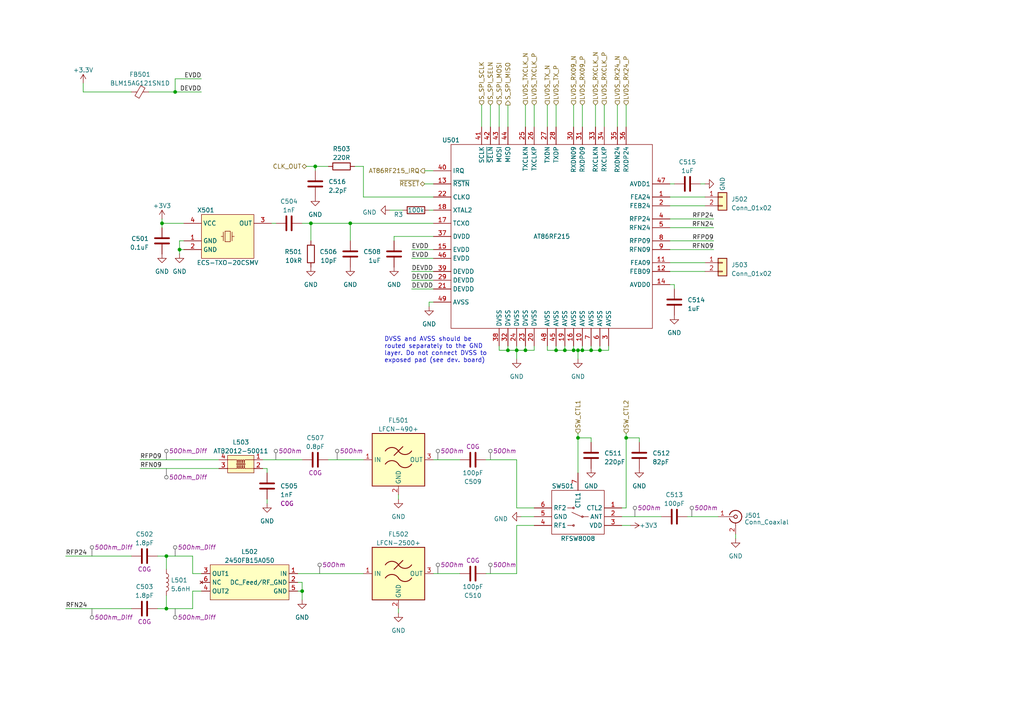
<source format=kicad_sch>
(kicad_sch (version 20230121) (generator eeschema)
  (paper "A4")
  (title_block (title "OpenHT - open source SDR handheld") (date "2023-02-17") (rev "A") (company "M17 Project") (comment 1 "Authors: Wojciech SP5WWP, Leo Hofer, Morgan ON4MOD"))
  (lib_symbols
    (symbol "Connector:Conn_Coaxial" (pin_names (offset 1.016) hide)
      (property "Reference" "J" (at 0.254 3.048 0))
      (property "Value" "Conn_Coaxial" (at 2.921 0 90))
      (symbol "Conn_Coaxial_0_1"
        (arc (start -1.778 -0.508) (mid 0.2311 -1.8066) (end 1.778 0) (stroke (width 0.254)))
        (polyline (pts (xy -2.54 0) (xy -0.508 0)))
        (polyline (pts (xy 0 -2.54) (xy 0 -1.778)))
        (circle (center 0 0) (radius 0.508) (stroke (width 0.2032)))
        (arc (start 1.778 0) (mid 0.2099 1.8101) (end -1.778 0.508) (stroke (width 0.254)))
      )
      (symbol "Conn_Coaxial_1_1"
        (pin passive line (at -5.08 0 0) (length 2.54) (name "In") (number "1"))
        (pin passive line (at 0 -5.08 90) (length 2.54) (name "Ext") (number "2"))
      )
    )
    (symbol "Connector_Generic:Conn_01x02" (pin_names (offset 1.016) hide)
      (property "Reference" "J" (at 0 2.54 0))
      (property "Value" "Conn_01x02" (at 0 -5.08 0))
      (symbol "Conn_01x02_1_1"
        (rectangle (start -1.27 -2.413) (end 0 -2.667) (stroke (width 0.1524)))
        (rectangle (start -1.27 0.127) (end 0 -0.127) (stroke (width 0.1524)))
        (rectangle (start -1.27 1.27) (end 1.27 -3.81) (stroke (width 0.254)) (fill (type background)))
        (pin passive line (at -5.08 0 0) (length 3.81) (name "Pin_1") (number "1"))
        (pin passive line (at -5.08 -2.54 0) (length 3.81) (name "Pin_2") (number "2"))
      )
    )
    (symbol "Device:C" (pin_numbers hide) (pin_names (offset 0.254))
      (property "Reference" "C" (at 0.635 2.54 0))
      (property "Value" "C" (at 0.635 -2.54 0))
      (symbol "C_0_1"
        (polyline (pts (xy -2.032 -0.762) (xy 2.032 -0.762)) (stroke (width 0.508)))
        (polyline (pts (xy -2.032 0.762) (xy 2.032 0.762)) (stroke (width 0.508)))
      )
      (symbol "C_1_1"
        (pin passive line (at 0 3.81 270) (length 2.794) (name "~") (number "1"))
        (pin passive line (at 0 -3.81 90) (length 2.794) (name "~") (number "2"))
      )
    )
    (symbol "Device:FerriteBead_Small" (pin_numbers hide) (pin_names (offset 0))
      (property "Reference" "FB" (at 1.905 1.27 0))
      (property "Value" "FerriteBead_Small" (at 1.905 -1.27 0))
      (symbol "FerriteBead_Small_0_1"
        (polyline (pts (xy 0 -1.27) (xy 0 -0.7874)))
        (polyline (pts (xy 0 0.889) (xy 0 1.2954)))
        (polyline (pts (xy -1.8288 0.2794) (xy -1.1176 1.4986) (xy 1.8288 -0.2032) (xy 1.1176 -1.4224) (xy -1.8288 0.2794)))
      )
      (symbol "FerriteBead_Small_1_1"
        (pin passive line (at 0 2.54 270) (length 1.27) (name "~") (number "1"))
        (pin passive line (at 0 -2.54 90) (length 1.27) (name "~") (number "2"))
      )
    )
    (symbol "Device:L" (pin_numbers hide) (pin_names (offset 1.016) hide)
      (property "Reference" "L" (at -1.27 0 90))
      (property "Value" "L" (at 1.905 0 90))
      (symbol "L_0_1"
        (arc (start 0 -2.54) (mid 0.6323 -1.905) (end 0 -1.27))
        (arc (start 0 -1.27) (mid 0.6323 -0.635) (end 0 0))
        (arc (start 0 0) (mid 0.6323 0.635) (end 0 1.27))
        (arc (start 0 1.27) (mid 0.6323 1.905) (end 0 2.54))
      )
      (symbol "L_1_1"
        (pin passive line (at 0 3.81 270) (length 1.27) (name "1") (number "1"))
        (pin passive line (at 0 -3.81 90) (length 1.27) (name "2") (number "2"))
      )
    )
    (symbol "Device:R" (pin_numbers hide) (pin_names (offset 0))
      (property "Reference" "R" (at 2.032 0 90))
      (property "Value" "R" (at 0 0 90))
      (symbol "R_0_1"
        (rectangle (start -1.016 -2.54) (end 1.016 2.54) (stroke (width 0.254)))
      )
      (symbol "R_1_1"
        (pin passive line (at 0 3.81 270) (length 1.27) (name "~") (number "1"))
        (pin passive line (at 0 -3.81 90) (length 1.27) (name "~") (number "2"))
      )
    )
    (symbol "M17_RF:2450FB15A050"
      (property "Reference" "L" (at 0 1.27 0))
      (property "Value" "2450FB15A050" (at 15.24 1.27 0))
      (symbol "2450FB15A050_0_1"
        (rectangle (start 0 0) (end 22.86 -10.16) (fill (type background)))
      )
      (symbol "2450FB15A050_1_1"
        (pin passive line (at -2.54 -2.54 0) (length 2.54) (name "IN") (number "1"))
        (pin passive line (at -2.54 -5.08 0) (length 2.54) (name "DC_Feed/RF_GND") (number "2"))
        (pin passive line (at 25.4 -2.54 180) (length 2.54) (name "OUT1") (number "3"))
        (pin passive line (at 25.4 -7.62 180) (length 2.54) (name "OUT2") (number "4"))
        (pin passive line (at -2.54 -7.62 0) (length 2.54) (name "GND") (number "5"))
        (pin no_connect line (at 25.4 -5.08 180) (length 2.54) (name "NC") (number "6"))
      )
    )
    (symbol "M17_RF:AT86RF215"
      (property "Reference" "U" (at 0 1.27 0))
      (property "Value" "AT86RF215" (at 29.21 -26.67 0))
      (symbol "AT86RF215_0_1"
        (rectangle (start 0 0) (end 58.42 -53.34))
      )
      (symbol "AT86RF215_1_1"
        (pin power_in line (at 63.5 -15.24 180) (length 5.08) (name "FEA24") (number "1"))
        (pin power_in line (at 38.1 -58.42 90) (length 5.08) (name "AVSS") (number "10"))
        (pin output line (at 63.5 -34.29 180) (length 5.08) (name "FEA09") (number "11"))
        (pin output line (at 63.5 -36.83 180) (length 5.08) (name "FEB09") (number "12"))
        (pin input line (at -5.08 -11.43 0) (length 5.08) (name "~{RSTN}") (number "13"))
        (pin power_in line (at 63.5 -40.64 180) (length 5.08) (name "AVDD0") (number "14"))
        (pin power_in line (at -5.08 -30.48 0) (length 5.08) (name "EVDD") (number "15"))
        (pin power_in line (at 35.56 -58.42 90) (length 5.08) (name "AVSS") (number "16"))
        (pin input line (at -5.08 -22.86 0) (length 5.08) (name "TCXO") (number "17"))
        (pin output line (at -5.08 -19.05 0) (length 5.08) (name "XTAL2") (number "18"))
        (pin power_in line (at 33.02 -58.42 90) (length 5.08) (name "AVSS") (number "19"))
        (pin power_in line (at 63.5 -17.78 180) (length 5.08) (name "FEB24") (number "2"))
        (pin power_in line (at 24.13 -58.42 90) (length 5.08) (name "DVSS") (number "20"))
        (pin power_in line (at -5.08 -41.91 0) (length 5.08) (name "DEVDD") (number "21"))
        (pin output line (at -5.08 -15.24 0) (length 5.08) (name "CLKO") (number "22"))
        (pin power_in line (at 21.59 -58.42 90) (length 5.08) (name "DVSS") (number "23"))
        (pin power_in line (at 19.05 -58.42 90) (length 5.08) (name "DVSS") (number "24"))
        (pin input line (at 21.59 5.08 270) (length 5.08) (name "TXCLKN") (number "25"))
        (pin input line (at 24.13 5.08 270) (length 5.08) (name "TXCLKP") (number "26"))
        (pin input line (at 27.94 5.08 270) (length 5.08) (name "TXDN") (number "27"))
        (pin input line (at 30.48 5.08 270) (length 5.08) (name "TXDP") (number "28"))
        (pin power_in line (at -5.08 -39.37 0) (length 5.08) (name "DEVDD") (number "29"))
        (pin power_in line (at 45.72 -58.42 90) (length 5.08) (name "AVSS") (number "3"))
        (pin output line (at 35.56 5.08 270) (length 5.08) (name "RXDN09") (number "30"))
        (pin output line (at 38.1 5.08 270) (length 5.08) (name "RXDP09") (number "31"))
        (pin power_in line (at 16.51 -58.42 90) (length 5.08) (name "DVSS") (number "32"))
        (pin output line (at 41.91 5.08 270) (length 5.08) (name "RXCLKN") (number "33"))
        (pin output line (at 44.45 5.08 270) (length 5.08) (name "RXCLKP") (number "34"))
        (pin output line (at 48.26 5.08 270) (length 5.08) (name "RXDN24") (number "35"))
        (pin output line (at 50.8 5.08 270) (length 5.08) (name "RXDP24") (number "36"))
        (pin power_in line (at -5.08 -26.67 0) (length 5.08) (name "DVDD") (number "37"))
        (pin power_in line (at 13.97 -58.42 90) (length 5.08) (name "DVSS") (number "38"))
        (pin power_in line (at -5.08 -36.83 0) (length 5.08) (name "DEVDD") (number "39"))
        (pin power_in line (at 63.5 -21.59 180) (length 5.08) (name "RFP24") (number "4"))
        (pin output line (at -5.08 -7.62 0) (length 5.08) (name "IRQ") (number "40"))
        (pin input line (at 8.89 5.08 270) (length 5.08) (name "SCLK") (number "41"))
        (pin input line (at 11.43 5.08 270) (length 5.08) (name "~{SELN}") (number "42"))
        (pin input line (at 13.97 5.08 270) (length 5.08) (name "MOSI") (number "43"))
        (pin output line (at 16.51 5.08 270) (length 5.08) (name "MISO") (number "44"))
        (pin power_in line (at 30.48 -58.42 90) (length 5.08) (name "AVSS") (number "45"))
        (pin power_in line (at -5.08 -33.02 0) (length 5.08) (name "EVDD") (number "46"))
        (pin power_in line (at 63.5 -11.43 180) (length 5.08) (name "AVDD1") (number "47"))
        (pin power_in line (at 27.94 -58.42 90) (length 5.08) (name "AVSS") (number "48"))
        (pin power_in line (at -5.08 -45.72 0) (length 5.08) (name "AVSS") (number "49"))
        (pin power_in line (at 63.5 -24.13 180) (length 5.08) (name "RFN24") (number "5"))
        (pin power_in line (at 43.18 -58.42 90) (length 5.08) (name "AVSS") (number "6"))
        (pin power_in line (at 40.64 -58.42 90) (length 5.08) (name "AVSS") (number "7"))
        (pin bidirectional line (at 63.5 -27.94 180) (length 5.08) (name "RFP09") (number "8"))
        (pin bidirectional line (at 63.5 -30.48 180) (length 5.08) (name "RFN09") (number "9"))
      )
    )
    (symbol "M17_RF:ATB2012-50011"
      (property "Reference" "L" (at 0 1.27 0))
      (property "Value" "ATB2012-50011" (at 3.81 -6.35 0))
      (symbol "ATB2012-50011_0_1"
        (polyline (pts (xy 0 -1.27) (xy 1.27 -1.27)))
        (polyline (pts (xy 1.27 -1.27) (xy 2.54 -1.27)))
        (polyline (pts (xy 2.54 -3.81) (xy 0 -3.81)))
        (polyline (pts (xy 2.54 -2.667) (xy 5.08 -2.667)))
        (polyline (pts (xy 5.08 -3.81) (xy 7.62 -3.81)))
        (polyline (pts (xy 5.08 -1.27) (xy 6.604 -1.27)))
        (polyline (pts (xy 7.62 -1.27) (xy 6.35 -1.27)))
        (polyline (pts (xy 2.54 -2.413) (xy 5.08 -2.413) (xy 5.08 -2.413)))
        (rectangle (start 0 0) (end 7.62 -5.08) (fill (type background)))
        (arc (start 2.54 -3.81) (mid 2.8505 -3.4179) (end 2.794 -2.921))
        (arc (start 2.794 -2.921) (mid 2.7374 -3.418) (end 3.048 -3.81))
        (arc (start 2.794 -2.159) (mid 2.8509 -1.662) (end 2.54 -1.27))
        (arc (start 3.048 -3.81) (mid 3.3584 -3.4179) (end 3.302 -2.921))
        (arc (start 3.048 -1.27) (mid 2.7375 -1.6621) (end 2.794 -2.159))
        (arc (start 3.302 -2.921) (mid 3.2453 -3.418) (end 3.556 -3.81))
        (arc (start 3.302 -2.159) (mid 3.3587 -1.662) (end 3.048 -1.27))
        (arc (start 3.556 -3.81) (mid 3.8663 -3.4179) (end 3.81 -2.921))
        (arc (start 3.556 -1.27) (mid 3.2453 -1.662) (end 3.302 -2.159))
        (arc (start 3.81 -2.921) (mid 3.7534 -3.4179) (end 4.064 -3.81))
        (arc (start 3.81 -2.159) (mid 3.8666 -1.662) (end 3.556 -1.27))
        (arc (start 4.064 -3.81) (mid 4.3743 -3.4179) (end 4.318 -2.921))
        (arc (start 4.064 -1.27) (mid 3.7533 -1.662) (end 3.81 -2.159))
        (arc (start 4.318 -2.921) (mid 4.2615 -3.418) (end 4.572 -3.81))
        (arc (start 4.318 -2.159) (mid 4.3749 -1.6619) (end 4.064 -1.27))
        (arc (start 4.572 -3.81) (mid 4.8822 -3.4179) (end 4.826 -2.921))
        (arc (start 4.572 -1.27) (mid 4.2613 -1.662) (end 4.318 -2.159))
        (arc (start 4.826 -2.921) (mid 4.7694 -3.4179) (end 5.08 -3.81))
        (arc (start 4.826 -2.159) (mid 4.8826 -1.6621) (end 4.572 -1.27))
        (arc (start 5.08 -1.27) (mid 4.7693 -1.662) (end 4.826 -2.159))
      )
      (symbol "ATB2012-50011_1_1"
        (pin passive line (at -2.54 -1.27 0) (length 2.54) (name "") (number "1"))
        (pin passive line (at -2.54 -3.81 0) (length 2.54) (name "") (number "2"))
        (pin passive line (at 10.16 -3.81 180) (length 2.54) (name "") (number "3"))
        (pin passive line (at 10.16 -1.27 180) (length 2.54) (name "") (number "4"))
      )
    )
    (symbol "M17_RF:RFSW8008"
      (property "Reference" "SW" (at 1.27 1.27 0))
      (property "Value" "RFSW8008" (at 7.62 -13.97 0))
      (symbol "RFSW8008_0_1"
        (polyline (pts (xy 4.572 -7.62) (xy 6.35 -7.62)))
        (polyline (pts (xy 6.604 -7.62) (xy 9.398 -6.35)))
        (polyline (pts (xy 8.89 -5.08) (xy 10.668 -5.08)))
        (polyline (pts (xy 10.668 -10.16) (xy 8.89 -10.16)))
        (rectangle (start 0 0) (end 15.24 -12.7))
        (circle (center 6.35 -7.62) (radius 0.254))
        (circle (center 8.89 -10.16) (radius 0.254))
        (circle (center 8.89 -5.08) (radius 0.254))
      )
      (symbol "RFSW8008_1_1"
        (pin input line (at -5.08 -5.08 0) (length 5.08) (name "CTL2") (number "1"))
        (pin bidirectional line (at -5.08 -7.62 0) (length 5.08) (name "ANT") (number "2"))
        (pin power_in line (at -5.08 -10.16 0) (length 5.08) (name "VDD") (number "3"))
        (pin bidirectional line (at 20.32 -10.16 180) (length 5.08) (name "RF1") (number "4"))
        (pin power_in line (at 20.32 -7.62 180) (length 5.08) (name "GND") (number "5"))
        (pin bidirectional line (at 20.32 -5.08 180) (length 5.08) (name "RF2") (number "6"))
        (pin input line (at 7.62 5.08 270) (length 5.08) (name "CTL1") (number "7"))
      )
    )
    (symbol "M17_misc_active:ECS-TXO-20CSMV"
      (property "Reference" "X" (at 0 1.27 0))
      (property "Value" "ECS-TXO-20CSMV" (at 7.62 -13.97 0))
      (symbol "ECS-TXO-20CSMV_0_1"
        (polyline (pts (xy 8.89 -6.35) (xy 9.525 -6.35)))
        (polyline (pts (xy 8.89 -5.08) (xy 8.89 -7.62)))
        (polyline (pts (xy 6.35 -5.08) (xy 6.35 -7.62) (xy 6.35 -6.35) (xy 5.715 -6.35)))
        (rectangle (start 0 0) (end 15.24 -12.7) (fill (type background)))
        (rectangle (start 6.858 -4.826) (end 8.382 -7.874))
      )
      (symbol "ECS-TXO-20CSMV_1_1"
        (pin power_in line (at -5.08 -7.62 0) (length 5.08) (name "GND") (number "1"))
        (pin power_in line (at -5.08 -10.16 0) (length 5.08) (name "GND") (number "2"))
        (pin output line (at 20.32 -2.54 180) (length 5.08) (name "OUT") (number "3"))
        (pin power_in line (at -5.08 -2.54 0) (length 5.08) (name "VCC") (number "4"))
      )
    )
    (symbol "RF_Filter:LFCN-490"
      (property "Reference" "FL" (at 0 10.795 0))
      (property "Value" "LFCN-490" (at 0 8.89 0))
      (symbol "LFCN-490_0_1"
        (rectangle (start -7.62 7.62) (end 7.62 -7.62) (stroke (width 0.254)) (fill (type background)))
        (arc (start 0 -1.27) (mid -1.905 -0.2505) (end -3.81 -1.27) (stroke (width 0.254)))
        (arc (start 0 -1.27) (mid 1.905 -2.2895) (end 3.81 -1.27) (stroke (width 0.254)))
        (polyline (pts (xy -1.27 1.27) (xy 1.27 3.81)) (stroke (width 0.254)))
        (arc (start 0 2.54) (mid -1.905 3.5595) (end -3.81 2.54) (stroke (width 0.254)))
        (arc (start 0 2.54) (mid 1.905 1.5205) (end 3.81 2.54) (stroke (width 0.254)))
      )
      (symbol "LFCN-490_1_1"
        (pin passive line (at -10.16 0 0) (length 2.54) (name "IN") (number "1"))
        (pin passive line (at 0 -10.16 90) (length 2.54) (name "GND") (number "2"))
        (pin passive line (at 10.16 0 180) (length 2.54) (name "OUT") (number "3"))
        (pin passive line (at 0 -10.16 90) (length 2.54) hide (name "GND") (number "4"))
      )
    )
    (symbol "power:+3.3V" (power) (pin_names (offset 0))
      (property "Value" "+3.3V" (at 0 3.556 0))
      (symbol "+3.3V_0_1"
        (polyline (pts (xy -0.762 1.27) (xy 0 2.54)))
        (polyline (pts (xy 0 0) (xy 0 2.54)))
        (polyline (pts (xy 0 2.54) (xy 0.762 1.27)))
      )
      (symbol "+3.3V_1_1"
        (pin power_in line (at 0 0 90) (length 0) hide (name "+3.3V") (number "1"))
      )
    )
    (symbol "power:+3V3" (power) (pin_names (offset 0))
      (property "Value" "+3V3" (at 0 3.556 0))
      (symbol "+3V3_0_1"
        (polyline (pts (xy -0.762 1.27) (xy 0 2.54)))
        (polyline (pts (xy 0 0) (xy 0 2.54)))
        (polyline (pts (xy 0 2.54) (xy 0.762 1.27)))
      )
      (symbol "+3V3_1_1"
        (pin power_in line (at 0 0 90) (length 0) hide (name "+3V3") (number "1"))
      )
    )
    (symbol "power:GND" (power) (pin_names (offset 0))
      (property "Value" "GND" (at 0 -3.81 0))
      (symbol "GND_0_1"
        (polyline (pts (xy 0 0) (xy 0 -1.27) (xy 1.27 -1.27) (xy 0 -2.54) (xy -1.27 -1.27) (xy 0 -1.27)))
      )
      (symbol "GND_1_1"
        (pin power_in line (at 0 0 270) (length 0) hide (name "GND") (number "1"))
      )
    )
  )
  (junction (at 173.99 101.6))
  (junction (at 50.8 26.67))
  (junction (at 171.45 101.6))
  (junction (at 167.64 101.6))
  (junction (at 87.63 171.45))
  (junction (at 101.6 64.77))
  (junction (at 52.07 72.39))
  (junction (at 166.37 101.6))
  (junction (at 181.61 127))
  (junction (at 163.83 101.6))
  (junction (at 167.64 127))
  (junction (at 147.32 101.6))
  (junction (at 152.4 101.6))
  (junction (at 48.26 176.53))
  (junction (at 161.29 101.6))
  (junction (at 90.17 64.77))
  (junction (at 48.26 161.29))
  (junction (at 91.44 48.26))
  (junction (at 149.86 101.6))
  (junction (at 168.91 101.6))
  (junction (at 46.99 64.77))
  (wire (pts (xy 167.64 101.6) (xy 168.91 101.6)))
  (wire (pts (xy 151.13 149.86) (xy 154.94 149.86)))
  (wire (pts (xy 166.37 100.33) (xy 166.37 101.6)))
  (wire (pts (xy 45.72 176.53) (xy 48.26 176.53)))
  (wire (pts (xy 144.78 101.6) (xy 147.32 101.6)))
  (wire (pts (xy 149.86 152.4) (xy 149.86 166.37)))
  (wire (pts (xy 77.47 144.78) (xy 77.47 146.05)))
  (wire (pts (xy 139.7 30.48) (xy 139.7 36.83)))
  (wire (pts (xy 149.86 133.35) (xy 149.86 147.32)))
  (wire (pts (xy 102.87 48.26) (xy 105.41 48.26)))
  (wire (pts (xy 115.57 177.8) (xy 115.57 176.53)))
  (wire (pts (xy 119.38 78.74) (xy 125.73 78.74)))
  (wire (pts (xy 115.57 143.51) (xy 115.57 144.78)))
  (wire (pts (xy 181.61 147.32) (xy 180.34 147.32)))
  (wire (pts (xy 179.07 30.48) (xy 179.07 36.83)))
  (wire (pts (xy 154.94 100.33) (xy 154.94 101.6)))
  (wire (pts (xy 181.61 127) (xy 185.42 127)))
  (wire (pts (xy 52.07 72.39) (xy 52.07 73.66)))
  (wire (pts (xy 124.46 87.63) (xy 124.46 88.9)))
  (wire (pts (xy 199.39 149.86) (xy 208.28 149.86)))
  (wire (pts (xy 194.31 78.74) (xy 204.47 78.74)))
  (wire (pts (xy 119.38 74.93) (xy 125.73 74.93)))
  (wire (pts (xy 195.58 82.55) (xy 195.58 83.82)))
  (wire (pts (xy 76.2 133.35) (xy 87.63 133.35)))
  (wire (pts (xy 123.19 53.34) (xy 125.73 53.34)))
  (wire (pts (xy 171.45 127) (xy 171.45 128.27)))
  (wire (pts (xy 95.25 133.35) (xy 105.41 133.35)))
  (wire (pts (xy 204.47 53.34) (xy 203.2 53.34)))
  (wire (pts (xy 76.2 135.89) (xy 77.47 135.89)))
  (wire (pts (xy 181.61 125.73) (xy 181.61 127)))
  (wire (pts (xy 194.31 53.34) (xy 195.58 53.34)))
  (wire (pts (xy 152.4 30.48) (xy 152.4 36.83)))
  (wire (pts (xy 171.45 100.33) (xy 171.45 101.6)))
  (wire (pts (xy 125.73 166.37) (xy 133.35 166.37)))
  (wire (pts (xy 147.32 101.6) (xy 149.86 101.6)))
  (wire (pts (xy 149.86 101.6) (xy 152.4 101.6)))
  (wire (pts (xy 149.86 152.4) (xy 154.94 152.4)))
  (wire (pts (xy 158.75 100.33) (xy 158.75 101.6)))
  (wire (pts (xy 46.99 63.5) (xy 46.99 64.77)))
  (wire (pts (xy 50.8 22.86) (xy 50.8 26.67)))
  (wire (pts (xy 78.74 64.77) (xy 80.01 64.77)))
  (wire (pts (xy 194.31 59.69) (xy 204.47 59.69)))
  (wire (pts (xy 87.63 64.77) (xy 90.17 64.77)))
  (wire (pts (xy 52.07 69.85) (xy 52.07 72.39)))
  (wire (pts (xy 173.99 101.6) (xy 176.53 101.6)))
  (wire (pts (xy 55.88 171.45) (xy 55.88 176.53)))
  (wire (pts (xy 87.63 168.91) (xy 87.63 171.45)))
  (wire (pts (xy 166.37 30.48) (xy 166.37 36.83)))
  (wire (pts (xy 46.99 64.77) (xy 46.99 66.04)))
  (wire (pts (xy 55.88 161.29) (xy 55.88 166.37)))
  (wire (pts (xy 88.9 48.26) (xy 91.44 48.26)))
  (wire (pts (xy 172.72 30.48) (xy 172.72 36.83)))
  (wire (pts (xy 142.24 30.48) (xy 142.24 36.83)))
  (wire (pts (xy 167.64 101.6) (xy 167.64 104.14)))
  (wire (pts (xy 52.07 69.85) (xy 53.34 69.85)))
  (wire (pts (xy 19.05 161.29) (xy 38.1 161.29)))
  (wire (pts (xy 40.64 133.35) (xy 63.5 133.35)))
  (wire (pts (xy 163.83 100.33) (xy 163.83 101.6)))
  (wire (pts (xy 19.05 176.53) (xy 38.1 176.53)))
  (wire (pts (xy 154.94 30.48) (xy 154.94 36.83)))
  (wire (pts (xy 90.17 64.77) (xy 90.17 69.85)))
  (wire (pts (xy 86.36 171.45) (xy 87.63 171.45)))
  (wire (pts (xy 24.13 26.67) (xy 38.1 26.67)))
  (wire (pts (xy 194.31 82.55) (xy 195.58 82.55)))
  (wire (pts (xy 91.44 48.26) (xy 95.25 48.26)))
  (wire (pts (xy 114.3 68.58) (xy 125.73 68.58)))
  (wire (pts (xy 181.61 127) (xy 181.61 147.32)))
  (wire (pts (xy 46.99 64.77) (xy 53.34 64.77)))
  (wire (pts (xy 86.36 168.91) (xy 87.63 168.91)))
  (wire (pts (xy 173.99 100.33) (xy 173.99 101.6)))
  (wire (pts (xy 194.31 57.15) (xy 204.47 57.15)))
  (wire (pts (xy 149.86 147.32) (xy 154.94 147.32)))
  (wire (pts (xy 168.91 30.48) (xy 168.91 36.83)))
  (wire (pts (xy 144.78 100.33) (xy 144.78 101.6)))
  (wire (pts (xy 48.26 176.53) (xy 55.88 176.53)))
  (wire (pts (xy 87.63 171.45) (xy 87.63 173.99)))
  (wire (pts (xy 119.38 81.28) (xy 125.73 81.28)))
  (wire (pts (xy 161.29 100.33) (xy 161.29 101.6)))
  (wire (pts (xy 140.97 133.35) (xy 149.86 133.35)))
  (wire (pts (xy 48.26 172.72) (xy 48.26 176.53)))
  (wire (pts (xy 152.4 101.6) (xy 154.94 101.6)))
  (wire (pts (xy 147.32 100.33) (xy 147.32 101.6)))
  (wire (pts (xy 175.26 30.48) (xy 175.26 36.83)))
  (wire (pts (xy 149.86 100.33) (xy 149.86 101.6)))
  (wire (pts (xy 147.32 30.48) (xy 147.32 36.83)))
  (wire (pts (xy 168.91 101.6) (xy 171.45 101.6)))
  (wire (pts (xy 213.36 154.94) (xy 213.36 156.21)))
  (wire (pts (xy 161.29 101.6) (xy 163.83 101.6)))
  (wire (pts (xy 55.88 171.45) (xy 58.42 171.45)))
  (wire (pts (xy 101.6 64.77) (xy 101.6 69.85)))
  (wire (pts (xy 50.8 26.67) (xy 58.42 26.67)))
  (wire (pts (xy 171.45 101.6) (xy 173.99 101.6)))
  (wire (pts (xy 86.36 166.37) (xy 105.41 166.37)))
  (wire (pts (xy 176.53 100.33) (xy 176.53 101.6)))
  (wire (pts (xy 119.38 83.82) (xy 125.73 83.82)))
  (wire (pts (xy 124.46 87.63) (xy 125.73 87.63)))
  (wire (pts (xy 125.73 133.35) (xy 133.35 133.35)))
  (wire (pts (xy 52.07 72.39) (xy 53.34 72.39)))
  (wire (pts (xy 101.6 64.77) (xy 125.73 64.77)))
  (wire (pts (xy 194.31 69.85) (xy 207.01 69.85)))
  (wire (pts (xy 45.72 161.29) (xy 48.26 161.29)))
  (wire (pts (xy 6.0174 -6.2506) (xy 8.5574 -6.2506)))
  (wire (pts (xy 180.34 149.86) (xy 191.77 149.86)))
  (wire (pts (xy 163.83 101.6) (xy 166.37 101.6)))
  (wire (pts (xy 194.31 76.2) (xy 204.47 76.2)))
  (wire (pts (xy 158.75 101.6) (xy 161.29 101.6)))
  (wire (pts (xy 50.8 22.86) (xy 58.42 22.86)))
  (wire (pts (xy 119.38 72.39) (xy 125.73 72.39)))
  (wire (pts (xy 113.03 60.96) (xy 116.84 60.96)))
  (wire (pts (xy 194.31 66.04) (xy 207.01 66.04)))
  (wire (pts (xy 114.3 68.58) (xy 114.3 69.85)))
  (wire (pts (xy 149.86 101.6) (xy 149.86 104.14)))
  (wire (pts (xy 40.64 135.89) (xy 63.5 135.89)))
  (wire (pts (xy 167.64 127) (xy 167.64 137.16)))
  (wire (pts (xy 181.61 30.48) (xy 181.61 36.83)))
  (wire (pts (xy 43.18 26.67) (xy 50.8 26.67)))
  (wire (pts (xy 180.34 152.4) (xy 182.88 152.4)))
  (wire (pts (xy 48.26 161.29) (xy 55.88 161.29)))
  (wire (pts (xy 77.47 135.89) (xy 77.47 137.16)))
  (wire (pts (xy 48.26 161.29) (xy 48.26 165.1)))
  (wire (pts (xy 105.41 57.15) (xy 125.73 57.15)))
  (wire (pts (xy 24.13 24.13) (xy 24.13 26.67)))
  (wire (pts (xy 167.64 127) (xy 171.45 127)))
  (wire (pts (xy 140.97 166.37) (xy 149.86 166.37)))
  (wire (pts (xy 91.44 48.26) (xy 91.44 49.53)))
  (wire (pts (xy 168.91 100.33) (xy 168.91 101.6)))
  (wire (pts (xy 194.31 72.39) (xy 207.01 72.39)))
  (wire (pts (xy 55.88 166.37) (xy 58.42 166.37)))
  (wire (pts (xy 185.42 127) (xy 185.42 128.27)))
  (wire (pts (xy 105.41 48.26) (xy 105.41 57.15)))
  (wire (pts (xy 123.19 49.53) (xy 125.73 49.53)))
  (wire (pts (xy 166.37 101.6) (xy 167.64 101.6)))
  (wire (pts (xy 124.46 60.96) (xy 125.73 60.96)))
  (wire (pts (xy 144.78 30.48) (xy 144.78 36.83)))
  (wire (pts (xy 158.75 30.48) (xy 158.75 36.83)))
  (wire (pts (xy 194.31 63.5) (xy 207.01 63.5)))
  (wire (pts (xy 167.64 125.73) (xy 167.64 127)))
  (wire (pts (xy 90.17 64.77) (xy 101.6 64.77)))
  (wire (pts (xy 161.29 30.48) (xy 161.29 36.83)))
  (wire (pts (xy 152.4 100.33) (xy 152.4 101.6)))
  (text_box "DVSS and AVSS should be routed separately to the GND layer. Do not connect DVSS to exposed pad (see dev. board)" (at 110.49 96.52 0) (size 31.75 10.16) (stroke (width -0.0001)) (effects (font (size 1.27 1.27)) (justify left top)))
  (label "EVDD" (at 58.42 22.86 180))
  (label "DEVDD" (at 119.38 83.82 0))
  (label "RFP09" (at 40.64 133.35 0))
  (label "DEVDD" (at 58.42 26.67 180))
  (label "DEVDD" (at 119.38 81.28 0))
  (label "EVDD" (at 119.38 74.93 0))
  (label "RFN24" (at 19.05 176.53 0))
  (label "RFN24" (at 207.01 66.04 180))
  (label "RFP24" (at 19.05 161.29 0))
  (label "DEVDD" (at 119.38 78.74 0))
  (label "EVDD" (at 119.38 72.39 0))
  (label "RFP24" (at 207.01 63.5 180))
  (label "RFN09" (at 207.01 72.39 180))
  (label "RFN09" (at 40.64 135.89 0))
  (label "RFP09" (at 207.01 69.85 180))
  (hierarchical_label "LVDS_RXCLK_N" (shape input) (at 172.72 30.48 90))
  (hierarchical_label "LVDS_RX09_P" (shape input) (at 168.91 30.48 90))
  (hierarchical_label "AT86RF215_IRQ" (shape output) (at 123.19 49.53 180))
  (hierarchical_label "LVDS_TX_N" (shape input) (at 158.75 30.48 90))
  (hierarchical_label "LVDS_TXCLK_N" (shape input) (at 152.4 30.48 90))
  (hierarchical_label "S_SPI_SELN" (shape input) (at 142.24 30.48 90))
  (hierarchical_label "S_SPI_MOSI" (shape input) (at 144.78 30.48 90))
  (hierarchical_label "~{RESET}" (shape bidirectional) (at 123.19 53.34 180))
  (hierarchical_label "S_SPI_SCLK" (shape input) (at 139.7 30.48 90))
  (hierarchical_label "LVDS_RX24_N" (shape input) (at 179.07 30.48 90))
  (hierarchical_label "SW_CTL1" (shape input) (at 167.64 125.73 90))
  (hierarchical_label "LVDS_RX09_N" (shape input) (at 166.37 30.48 90))
  (hierarchical_label "LVDS_RX24_P" (shape input) (at 181.61 30.48 90))
  (hierarchical_label "SW_CTL2" (shape input) (at 181.61 125.73 90))
  (hierarchical_label "S_SPI_MISO" (shape output) (at 147.32 30.48 90))
  (hierarchical_label "LVDS_TX_P" (shape input) (at 161.29 30.48 90))
  (hierarchical_label "LVDS_RXCLK_P" (shape input) (at 175.26 30.48 90))
  (hierarchical_label "LVDS_TXCLK_P" (shape input) (at 154.94 30.48 90))
  (hierarchical_label "CLK_OUT" (shape bidirectional) (at 88.9 48.26 180))
  (netclass_flag "" (length 2.54) (shape round) (at 80.01 133.35 0) (property "Netclass" "50Ohm" (at 80.7085 130.81 0) (effects (font italic) (justify left))))
  (netclass_flag "" (length 2.54) (shape round) (at 142.24 133.35 0) (property "Netclass" "50Ohm" (at 142.9385 130.81 0) (effects (font italic) (justify left))))
  (netclass_flag "" (length 2.54) (shape round) (at 50.8 176.53 180) (property "Netclass" "50Ohm_Diff" (at 51.4985 179.07 0) (effects (font italic) (justify left))))
  (netclass_flag "" (length 2.54) (shape round) (at 184.15 149.86 0) (property "Netclass" "50Ohm" (at 184.8485 147.32 0) (effects (font italic) (justify left))))
  (netclass_flag "" (length 2.54) (shape round) (at 142.24 166.37 0) (property "Netclass" "50Ohm" (at 142.9385 163.83 0) (effects (font italic) (justify left))))
  (netclass_flag "" (length 2.54) (shape round) (at 48.26 133.35 0) (property "Netclass" "50Ohm_Diff" (at 48.9585 130.81 0) (effects (font italic) (justify left))))
  (netclass_flag "" (length 2.54) (shape round) (at 92.71 166.37 0) (property "Netclass" "50Ohm" (at 93.4085 163.83 0) (effects (font italic) (justify left))))
  (netclass_flag "" (length 2.54) (shape round) (at 200.66 149.86 0) (property "Netclass" "50Ohm" (at 201.3585 147.32 0) (effects (font italic) (justify left))))
  (netclass_flag "" (length 2.54) (shape round) (at 50.8 161.29 0) (property "Netclass" "50Ohm_Diff" (at 51.4985 158.75 0) (effects (font italic) (justify left))))
  (netclass_flag "" (length 2.54) (shape round) (at 26.67 161.29 0) (property "Netclass" "50Ohm_Diff" (at 27.3685 158.75 0) (effects (font italic) (justify left))))
  (netclass_flag "" (length 2.54) (shape round) (at 127 166.37 0) (property "Netclass" "50Ohm" (at 127.6985 163.83 0) (effects (font italic) (justify left))))
  (netclass_flag "" (length 2.54) (shape round) (at 97.79 133.35 0) (property "Netclass" "50Ohm" (at 98.4885 130.81 0) (effects (font italic) (justify left))))
  (netclass_flag "" (length 2.54) (shape round) (at 127 133.35 0) (property "Netclass" "50Ohm" (at 127.6985 130.81 0) (effects (font italic) (justify left))))
  (netclass_flag "" (length 2.54) (shape round) (at 48.26 135.89 180) (property "Netclass" "50Ohm_Diff" (at 48.9585 138.43 0) (effects (font italic) (justify left))))
  (netclass_flag "" (length 2.54) (shape round) (at 26.67 176.53 180) (property "Netclass" "50Ohm_Diff" (at 27.3685 179.07 0) (effects (font italic) (justify left))))
  (symbol (lib_id "M17_RF:AT86RF215") (at 130.81 41.91 0) (unit 1)
    (property "Reference" "U501" (at 130.81 40.64 0))
    (property "Value" "AT86RF215" (at 160.02 68.58 0))
    (property "Footprint" "M17_QFN:VQFN-48-1EP_7x7mm_P0.5mm_EP5.6x5.6mm" (effects hide))
    (property "Datasheet" "https://ww1.microchip.com/downloads/aemDocuments/documents/OTH/ProductDocuments/DataSheets/Atmel-42415-WIRELESS-AT86RF215_Datasheet.pdf#%5B%7B%22num%22%3A91%2C%22gen%22%3A0%7D%2C%7B%22name%22%3A%22XYZ%22%7D%2C33%2C245%2C0%5D" (effects hide))
  )
  (symbol (lib_id "Device:C") (at 46.99 69.85 0) (mirror y) (unit 1)
    (property "Reference" "C501" (at 43.18 69.215 0) (effects (justify left)))
    (property "Value" "0.1uF" (at 43.18 71.755 0) (effects (justify left)))
    (property "Footprint" "Capacitor_SMD:C_0402_1005Metric" (effects hide))
  )
  (symbol (lib_id "power:GND") (at 115.57 177.8 0) (unit 1)
    (property "Reference" "#PWR0512" (effects hide))
    (property "Value" "GND" (at 115.57 182.88 0))
  )
  (symbol (lib_id "Device:R") (at 90.17 73.66 0) (mirror y) (unit 1)
    (property "Reference" "R501" (at 87.63 73.025 0) (effects (justify left)))
    (property "Value" "10kR" (at 87.63 75.565 0) (effects (justify left)))
    (property "Footprint" "Resistor_SMD:R_0402_1005Metric" (effects hide))
  )
  (symbol (lib_id "power:GND") (at 90.17 77.47 0) (unit 1)
    (property "Reference" "#PWR0505" (effects hide))
    (property "Value" "GND" (at 90.17 82.55 0))
  )
  (symbol (lib_id "power:GND") (at 115.57 144.78 0) (unit 1)
    (property "Reference" "#PWR0511" (effects hide))
    (property "Value" "GND" (at 115.57 149.86 0))
  )
  (symbol (lib_id "power:+3.3V") (at 24.13 24.13 0) (unit 1)
    (property "Reference" "#PWR0501" (effects hide))
    (property "Value" "+3.3V" (at 24.13 20.32 0))
  )
  (symbol (lib_id "power:GND") (at 195.58 91.44 0) (unit 1)
    (property "Reference" "#PWR0520" (effects hide))
    (property "Value" "GND" (at 195.58 96.52 0))
  )
  (symbol (lib_id "Device:C") (at 41.91 176.53 90) (unit 1)
    (property "Reference" "C503" (at 41.91 170.18 90))
    (property "Value" "1.8pF" (at 41.91 172.72 90))
    (property "Footprint" "Capacitor_SMD:C_0402_1005Metric" (effects hide))
    (property "Dielectric" "C0G" (at 41.91 180.34 90))
  )
  (symbol (lib_id "M17_RF:ATB2012-50011") (at 73.66 132.08 0) (mirror y) (unit 1)
    (property "Reference" "L503" (at 69.85 128.27 0))
    (property "Value" "ATB2012-50011" (at 69.85 130.81 0))
    (property "Footprint" "M17_misc_passive:ATB2012" (effects hide))
    (property "Datasheet" "https://product.tdk.com/system/files/dam/doc/product/rf/rf/balun/catalog/rf_balun_atb2012_en.pdf" (effects hide))
    (property "S-parameters" "https://product.tdk.com/system/files/dam/tvcl/rf/rf/balun/spara/atb/atb2012/atb2012-50011.s2p" (effects hide))
  )
  (symbol (lib_id "Device:C") (at 171.45 132.08 0) (unit 1)
    (property "Reference" "C511" (at 175.26 131.445 0) (effects (justify left)))
    (property "Value" "220pF" (at 175.26 133.985 0) (effects (justify left)))
    (property "Footprint" "Capacitor_SMD:C_0402_1005Metric" (effects hide))
  )
  (symbol (lib_id "power:GND") (at 87.63 173.99 0) (unit 1)
    (property "Reference" "#PWR0506" (effects hide))
    (property "Value" "GND" (at 87.63 179.07 0))
  )
  (symbol (lib_id "Device:C") (at 185.42 132.08 0) (unit 1)
    (property "Reference" "C512" (at 189.23 131.445 0) (effects (justify left)))
    (property "Value" "82pF" (at 189.23 133.985 0) (effects (justify left)))
    (property "Footprint" "Capacitor_SMD:C_0402_1005Metric" (effects hide))
  )
  (symbol (lib_id "Device:C") (at 41.91 161.29 90) (unit 1)
    (property "Reference" "C502" (at 41.91 154.94 90))
    (property "Value" "1.8pF" (at 41.91 157.48 90))
    (property "Footprint" "Capacitor_SMD:C_0402_1005Metric" (effects hide))
    (property "Dielectric" "C0G" (at 41.91 165.1 90))
  )
  (symbol (lib_id "power:GND") (at 171.45 135.89 0) (unit 1)
    (property "Reference" "#PWR0517" (effects hide))
    (property "Value" "GND" (at 171.45 140.97 0))
  )
  (symbol (lib_id "power:GND") (at 52.07 73.66 0) (unit 1)
    (property "Reference" "#PWR0504" (effects hide))
    (property "Value" "GND" (at 52.07 78.74 0))
  )
  (symbol (lib_id "RF_Filter:LFCN-490") (at 115.57 133.35 0) (unit 1)
    (property "Reference" "FL501" (at 115.57 121.92 0))
    (property "Value" "LFCN-490+" (at 115.57 124.46 0))
    (property "Footprint" "Filter:Filter_Mini-Circuits_FV1206" (effects hide))
    (property "Datasheet" "https://www.minicircuits.com/pdfs/LFCN-490+.pdf" (effects hide))
  )
  (symbol (lib_id "power:+3V3") (at 46.99 63.5 0) (unit 1)
    (property "Reference" "#PWR07" (effects hide))
    (property "Value" "+3V3" (at 46.99 59.69 0))
    (instances (project "OpenHT-RF" (path "" (reference "#PWR07") (unit 1)) (path "" (reference "#PWR0502") (unit 1))))
  )
  (symbol (lib_id "power:GND") (at 46.99 73.66 0) (unit 1)
    (property "Reference" "#PWR0503" (effects hide))
    (property "Value" "GND" (at 46.99 78.74 0))
  )
  (symbol (lib_id "M17_RF:2450FB15A050") (at 83.82 163.83 0) (mirror y) (unit 1)
    (property "Reference" "L502" (at 72.39 160.02 0))
    (property "Value" "2450FB15A050" (at 72.39 162.56 0))
    (property "Footprint" "M17_misc_passive:2450FB15A050" (effects hide))
    (property "Datasheet" "https://www.johansontechnology.com/datasheets/2450FB15A050/2450FB15A050.pdf" (effects hide))
  )
  (symbol (lib_id "Device:C") (at 114.3 73.66 0) (unit 1)
    (property "Reference" "C508" (at 110.49 73.025 0) (effects (justify right)))
    (property "Value" "1uF" (at 110.49 75.565 0) (effects (justify right)))
    (property "Footprint" "Capacitor_SMD:C_0402_1005Metric" (effects hide))
  )
  (symbol (lib_id "Device:C") (at 101.6 73.66 0) (mirror y) (unit 1)
    (property "Reference" "C506" (at 97.79 73.025 0) (effects (justify left)))
    (property "Value" "10pF" (at 97.79 75.565 0) (effects (justify left)))
    (property "Footprint" "Capacitor_SMD:C_0402_1005Metric" (effects hide))
  )
  (symbol (lib_id "power:GND") (at 101.6 77.47 0) (unit 1)
    (property "Reference" "#PWR0508" (effects hide))
    (property "Value" "GND" (at 101.6 82.55 0))
  )
  (symbol (lib_id "RF_Filter:LFCN-490") (at 115.57 166.37 0) (unit 1)
    (property "Reference" "FL502" (at 115.57 154.94 0))
    (property "Value" "LFCN-2500+" (at 115.57 157.48 0))
    (property "Footprint" "Filter:Filter_Mini-Circuits_FV1206" (effects hide))
    (property "Datasheet" "https://www.minicircuits.com/pdfs/LFCN-2500+.pdf" (effects hide))
  )
  (symbol (lib_id "power:GND") (at 185.42 135.89 0) (unit 1)
    (property "Reference" "#PWR0518" (effects hide))
    (property "Value" "GND" (at 185.42 140.97 0))
  )
  (symbol (lib_id "Device:C") (at 195.58 87.63 0) (mirror y) (unit 1)
    (property "Reference" "C514" (at 199.39 86.995 0) (effects (justify right)))
    (property "Value" "1uF" (at 199.39 89.535 0) (effects (justify right)))
    (property "Footprint" "Capacitor_SMD:C_0402_1005Metric" (effects hide))
  )
  (symbol (lib_id "Device:C") (at 77.47 140.97 0) (unit 1)
    (property "Reference" "C505" (at 81.28 140.97 0) (effects (justify left)))
    (property "Value" "1nF" (at 81.28 143.51 0) (effects (justify left)))
    (property "Footprint" "Capacitor_SMD:C_0402_1005Metric" (effects hide))
    (property "Dielectric" "C0G" (at 81.28 146.05 0) (effects (justify left)))
  )
  (symbol (lib_id "Connector_Generic:Conn_01x02") (at 209.55 57.15 0) (unit 1)
    (property "Reference" "J502" (at 212.09 57.785 0) (effects (justify left)))
    (property "Value" "Conn_01x02" (at 212.09 60.325 0) (effects (justify left)))
    (property "Footprint" "Connector_PinHeader_2.54mm:PinHeader_1x02_P2.54mm_Vertical" (effects hide))
  )
  (symbol (lib_id "power:+3V3") (at 182.88 152.4 270) (unit 1)
    (property "Reference" "#PWR0519" (effects hide))
    (property "Value" "+3V3" (at 185.42 152.4 90) (effects (justify left)))
  )
  (symbol (lib_id "power:GND") (at 124.46 88.9 0) (unit 1)
    (property "Reference" "#PWR0513" (effects hide))
    (property "Value" "GND" (at 124.46 93.98 0))
  )
  (symbol (lib_id "Device:FerriteBead_Small") (at 40.64 26.67 90) (unit 1)
    (property "Reference" "FB501" (at 40.6019 21.59 90))
    (property "Value" "BLM15AG121SN1D" (at 40.6019 24.13 90))
    (property "Footprint" "Inductor_SMD:L_0402_1005Metric" (effects hide))
  )
  (symbol (lib_id "power:GND") (at 149.86 104.14 0) (unit 1)
    (property "Reference" "#PWR0514" (effects hide))
    (property "Value" "GND" (at 149.86 109.22 0))
  )
  (symbol (lib_id "Device:C") (at 137.16 133.35 90) (mirror x) (unit 1)
    (property "Reference" "C509" (at 137.16 139.7 90))
    (property "Value" "100pF" (at 137.16 137.16 90))
    (property "Footprint" "Capacitor_SMD:C_0402_1005Metric" (effects hide))
    (property "Dielectric" "C0G" (at 137.16 129.54 90))
  )
  (symbol (lib_id "Device:C") (at 83.82 64.77 90) (unit 1)
    (property "Reference" "C504" (at 83.82 58.42 90))
    (property "Value" "1nF" (at 83.82 60.96 90))
    (property "Footprint" "Capacitor_SMD:C_0402_1005Metric" (effects hide))
  )
  (symbol (lib_id "M17_misc_active:ECS-TXO-20CSMV") (at 58.42 62.23 0) (unit 1)
    (property "Reference" "X501" (at 59.69 60.96 0))
    (property "Value" "ECS-TXO-20CSMV" (at 66.04 76.2 0))
    (property "Footprint" "M17_misc_active:ECS-TXO-20CSMV" (effects hide))
    (property "Datasheet" "https://ecsxtal.com/store/pdf/ECS-TXO-20CSMV.pdf" (effects hide))
  )
  (symbol (lib_id "Device:R") (at 120.65 60.96 90) (unit 1)
    (property "Reference" "R3" (at 115.57 62.23 90))
    (property "Value" "100k" (at 120.65 60.96 90))
    (property "Footprint" "Resistor_SMD:R_0402_1005Metric" (effects hide))
    (instances (project "OpenHT-RF" (path "" (reference "R3") (unit 1)) (path "" (reference "R502") (unit 1))))
  )
  (symbol (lib_id "Device:C") (at 137.16 166.37 90) (mirror x) (unit 1)
    (property "Reference" "C510" (at 137.16 172.72 90))
    (property "Value" "100pF" (at 137.16 170.18 90))
    (property "Footprint" "Capacitor_SMD:C_0402_1005Metric" (effects hide))
    (property "Dielectric" "C0G" (at 137.16 162.56 90))
  )
  (symbol (lib_id "power:GND") (at 113.03 60.96 270) (mirror x) (unit 1)
    (property "Reference" "#PWR0509" (effects hide))
    (property "Value" "GND" (at 109.22 61.595 90) (effects (justify right)))
  )
  (symbol (lib_id "Connector:Conn_Coaxial") (at 213.36 149.86 0) (unit 1)
    (property "Reference" "J501" (at 215.9001 149.5095 0) (effects (justify left)))
    (property "Value" "Conn_Coaxial" (at 215.9001 151.4305 0) (effects (justify left)))
    (property "Footprint" "Connector_Coaxial:SMA_Amphenol_132289_EdgeMount" (effects hide))
    (property "Datasheet" " ~" (effects hide))
  )
  (symbol (lib_id "power:GND") (at 77.47 146.05 0) (unit 1)
    (property "Reference" "#PWR0507" (effects hide))
    (property "Value" "GND" (at 77.47 151.13 0))
  )
  (symbol (lib_id "power:GND") (at 91.44 57.15 0) (mirror y) (unit 1)
    (property "Reference" "#PWR0523" (effects hide))
    (property "Value" "GND" (at 91.44 62.23 0))
  )
  (symbol (lib_id "Device:C") (at 91.44 53.34 0) (mirror y) (unit 1)
    (property "Reference" "C516" (at 95.25 52.705 0) (effects (justify right)))
    (property "Value" "2.2pF" (at 95.25 55.245 0) (effects (justify right)))
    (property "Footprint" "Capacitor_SMD:C_0402_1005Metric" (effects hide))
  )
  (symbol (lib_id "power:GND") (at 204.47 53.34 90) (unit 1)
    (property "Reference" "#PWR0521" (effects hide))
    (property "Value" "GND" (at 209.55 53.34 0))
  )
  (symbol (lib_id "power:GND") (at 213.36 156.21 0) (unit 1)
    (property "Reference" "#PWR0522" (effects hide))
    (property "Value" "GND" (at 213.36 161.29 0))
  )
  (symbol (lib_id "Device:L") (at 48.26 168.91 0) (unit 1)
    (property "Reference" "L501" (at 49.53 168.275 0) (effects (justify left)))
    (property "Value" "5.6nH" (at 49.53 170.815 0) (effects (justify left)))
    (property "Footprint" "Inductor_SMD:L_0402_1005Metric" (effects hide))
  )
  (symbol (lib_id "power:GND") (at 114.3 77.47 0) (unit 1)
    (property "Reference" "#PWR0510" (effects hide))
    (property "Value" "GND" (at 114.3 82.55 0))
  )
  (symbol (lib_id "power:GND") (at 167.64 104.14 0) (unit 1)
    (property "Reference" "#PWR0516" (effects hide))
    (property "Value" "GND" (at 167.64 109.22 0))
  )
  (symbol (lib_id "Device:C") (at 199.39 53.34 90) (mirror x) (unit 1)
    (property "Reference" "C515" (at 199.39 46.99 90))
    (property "Value" "1uF" (at 199.39 49.53 90))
    (property "Footprint" "Capacitor_SMD:C_0402_1005Metric" (effects hide))
  )
  (symbol (lib_id "M17_RF:RFSW8008") (at 175.26 142.24 0) (mirror y) (unit 1)
    (property "Reference" "SW501" (at 160.02 140.97 0) (effects (justify right)))
    (property "Value" "RFSW8008" (at 167.64 156.21 0))
    (property "Footprint" "M17_misc_active:RFSW8008" (effects hide))
    (property "Datasheet" "https://www.qorvo.com/products/d/da006546" (effects hide))
  )
  (symbol (lib_id "power:GND") (at 151.13 149.86 270) (unit 1)
    (property "Reference" "#PWR0515" (effects hide))
    (property "Value" "GND" (at 147.32 150.495 90) (effects (justify right)))
  )
  (symbol (lib_id "Device:C") (at 91.44 133.35 90) (unit 1)
    (property "Reference" "C507" (at 91.44 127 90))
    (property "Value" "0.8pF" (at 91.44 129.54 90))
    (property "Footprint" "Capacitor_SMD:C_0402_1005Metric" (effects hide))
    (property "Dielectric" "C0G" (at 91.44 137.16 90))
  )
  (symbol (lib_id "Device:R") (at 99.06 48.26 90) (unit 1)
    (property "Reference" "R503" (at 99.06 43.18 90))
    (property "Value" "220R" (at 99.06 45.72 90))
    (property "Footprint" "Resistor_SMD:R_0402_1005Metric" (effects hide))
  )
  (symbol (lib_id "Device:C") (at 195.58 149.86 90) (unit 1)
    (property "Reference" "C513" (at 195.58 143.51 90))
    (property "Value" "100pF" (at 195.58 146.05 90))
    (property "Footprint" "Capacitor_SMD:C_0402_1005Metric" (effects hide))
  )
  (symbol (lib_id "Connector_Generic:Conn_01x02") (at 209.55 76.2 0) (unit 1)
    (property "Reference" "J503" (at 212.09 76.835 0) (effects (justify left)))
    (property "Value" "Conn_01x02" (at 212.09 79.375 0) (effects (justify left)))
    (property "Footprint" "Connector_PinHeader_2.54mm:PinHeader_1x02_P2.54mm_Vertical" (effects hide))
  )
)
</source>
